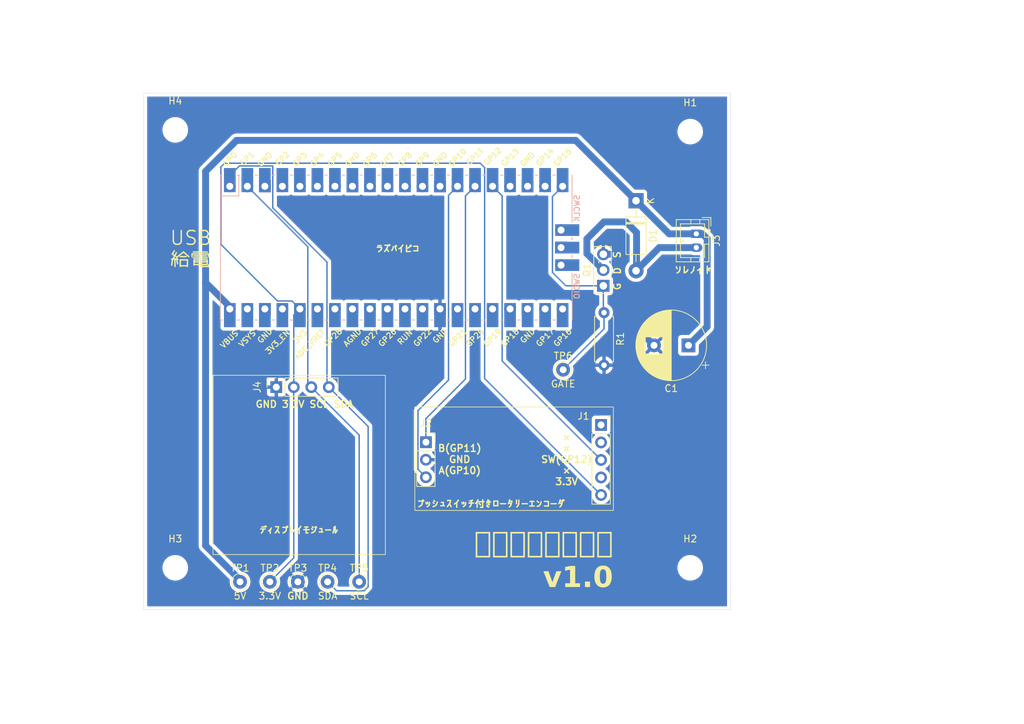
<source format=kicad_pcb>
(kicad_pcb (version 20240108) (generator "pcbnew") (generator_version "8.0")
  (layers (0 "F.Cu" signal) (31 "B.Cu" signal) (34 "B.Paste" user) (35 "F.Paste" user) (36 "B.SilkS" user "B.Silkscreen") (37 "F.SilkS" user "F.Silkscreen") (38 "B.Mask" user) (39 "F.Mask" user) (44 "Edge.Cuts" user))
  (net 0 "")
  (net 1 "Net-(D1-A)")
  (net 2 "+5V")
  (net 5 "SW(GP12)")
  (net 6 "+3.3V")
  (net 8 "B(GP11)")
  (net 9 "A(GP10)")
  (net 10 "GND")
  (net 11 "SDA")
  (net 12 "SCL")
  (net 13 "GP15")
  (footprint "MountingHole:MountingHole_3.2mm_M3" (layer "F.Cu") (at 88.912 124.335)
    (property "Reference" "H3" (at 0 -4.2 0) (layer "F.SilkS"))
    (property "Value" "MountingHole")
    (pad "" np_thru_hole circle (at 0 0) (size 3.2 3.2) (drill 3.2) (layers "*.Cu" "*.Mask"))
  )
  (footprint "Resistor_THT:R_Axial_DIN0207_L6.3mm_D2.5mm_P7.62mm_Horizontal" (layer "F.Cu") (at 151.09 87.335 -90)
    (property "Reference" "R1" (at 3.81 -2.37 90) (layer "F.SilkS"))
    (property "Value" "10k")
    (pad "1" thru_hole circle (at 0 0 270) (size 1.6 1.6) (drill 0.8) (layers "*.Cu" "*.Mask") (net 13 "GP15"))
    (pad "2" thru_hole oval (at 7.62 0 270) (size 1.6 1.6) (drill 0.8) (layers "*.Cu" "*.Mask") (net 10 "GND"))
  )
  (footprint "TestPoint:TestPoint_THTPad_D2.0mm_Drill1.0mm" (layer "F.Cu") (at 111.01 126.367)
    (property "Reference" "TP4" (at 0 -1.998 0) (layer "F.SilkS"))
    (property "Value" "SDA" (at 0 2.05 0) (layer "F.SilkS"))
    (pad "1" thru_hole circle (at 0 0) (size 2 2) (drill 1) (layers "*.Cu" "*.Mask") (net 11 "SDA"))
  )
  (footprint "TestPoint:TestPoint_THTPad_D2.0mm_Drill1.0mm" (layer "F.Cu") (at 145.16 95.615)
    (property "Reference" "TP6" (at 0 -1.998 0) (layer "F.SilkS"))
    (property "Value" "GATE" (at 0 2.05 0) (layer "F.SilkS"))
    (pad "1" thru_hole circle (at 0 0) (size 2 2) (drill 1) (layers "*.Cu" "*.Mask") (net 13 "GP15"))
  )
  (footprint "MountingHole:MountingHole_3.2mm_M3" (layer "F.Cu") (at 163.588 61.089)
    (property "Reference" "H1" (at 0 -4.2 0) (layer "F.SilkS"))
    (property "Value" "MountingHole")
    (pad "" np_thru_hole circle (at 0 0) (size 3.2 3.2) (drill 3.2) (layers "*.Cu" "*.Mask"))
  )
  (footprint "Connector_PinSocket_2.54mm:PinSocket_1x03_P2.54mm_Vertical" (layer "F.Cu") (at 125.26 106.125)
    (property "Reference" "J2" (at 0 -2.77 0) (layer "F.SilkS"))
    (property "Value" "Conn_01x03")
    (pad "1" thru_hole rect (at 0 0) (size 1.7 1.7) (drill 1) (layers "*.Cu" "*.Mask") (net 8 "B(GP11)"))
    (pad "2" thru_hole oval (at 0 2.54) (size 1.7 1.7) (drill 1) (layers "*.Cu" "*.Mask") (net 10 "GND"))
    (pad "3" thru_hole oval (at 0 5.08) (size 1.7 1.7) (drill 1) (layers "*.Cu" "*.Mask") (net 9 "A(GP10)"))
  )
  (footprint "Package_TO_SOT_THT:TO-251-3_Vertical" (layer "F.Cu") (at 150.99 83.445 90)
    (property "Reference" "Q1" (at 2.29 -2.39 90) (layer "F.SilkS"))
    (property "Value" "2SK4017")
    (pad "1" thru_hole rect (at 0 0 90) (size 1.7175 1.8) (drill 1.1) (layers "*.Cu" "*.Mask") (net 13 "GP15"))
    (pad "2" thru_hole oval (at 2.29 0 90) (size 1.7175 1.8) (drill 1.1) (layers "*.Cu" "*.Mask") (net 1 "Net-(D1-A)"))
    (pad "3" thru_hole oval (at 4.58 0 90) (size 1.7175 1.8) (drill 1.1) (layers "*.Cu" "*.Mask") (net 10 "GND"))
  )
  (footprint "Connector_PinSocket_2.54mm:PinSocket_1x04_P2.54mm_Vertical" (layer "F.Cu") (at 103.56 98.14 90)
    (property "Reference" "J4" (at 0 -2.77 90) (layer "F.SilkS"))
    (property "Value" "ディスプレイモジュール")
    (pad "1" thru_hole rect (at 0 0 90) (size 1.7 1.7) (drill 1) (layers "*.Cu" "*.Mask") (net 10 "GND"))
    (pad "2" thru_hole oval (at 0 2.54 90) (size 1.7 1.7) (drill 1) (layers "*.Cu" "*.Mask") (net 6 "+3.3V"))
    (pad "3" thru_hole oval (at 0 5.08 90) (size 1.7 1.7) (drill 1) (layers "*.Cu" "*.Mask") (net 12 "SCL"))
    (pad "4" thru_hole oval (at 0 7.62 90) (size 1.7 1.7) (drill 1) (layers "*.Cu" "*.Mask") (net 11 "SDA"))
  )
  (footprint "TestPoint:TestPoint_THTPad_D2.0mm_Drill1.0mm" (layer "F.Cu") (at 98.31 126.367)
    (property "Reference" "TP1" (at 0 -1.998 0) (layer "F.SilkS"))
    (property "Value" "5V" (at 0 2.05 0) (layer "F.SilkS"))
    (pad "1" thru_hole circle (at 0 0) (size 2 2) (drill 1) (layers "*.Cu" "*.Mask") (net 2 "+5V"))
  )
  (footprint "TestPoint:TestPoint_THTPad_D2.0mm_Drill1.0mm" (layer "F.Cu") (at 115.582 126.367)
    (property "Reference" "TP5" (at 0 -1.998 0) (layer "F.SilkS"))
    (property "Value" "SCL" (at 0 2.05 0) (layer "F.SilkS"))
    (pad "1" thru_hole circle (at 0 0) (size 2 2) (drill 1) (layers "*.Cu" "*.Mask") (net 12 "SCL"))
  )
  (footprint "Capacitor_THT:CP_Radial_D10.0mm_P5.00mm" (layer "F.Cu") (at 163.334 92.077 180)
    (property "Reference" "C1" (at 2.5 -6.25 0) (layer "F.SilkS"))
    (property "Value" "1000µF 35V")
    (pad "1" thru_hole rect (at 0 0 180) (size 2 2) (drill 1) (layers "*.Cu" "*.Mask") (net 2 "+5V"))
    (pad "2" thru_hole circle (at 5 0 180) (size 2 2) (drill 1) (layers "*.Cu" "*.Mask") (net 10 "GND"))
  )
  (footprint "Connector_PinSocket_2.54mm:PinSocket_1x05_P2.54mm_Vertical" (layer "F.Cu") (at 150.66 103.615)
    (property "Reference" "J1" (at -2.55 -1.28 0) (layer "F.SilkS"))
    (property "Value" "Conn_01x05" (hide yes))
    (pad "1" thru_hole rect (at 0 0) (size 1.7 1.7) (drill 1) (layers "*.Cu" "*.Mask"))
    (pad "2" thru_hole oval (at 0 2.54) (size 1.7 1.7) (drill 1) (layers "*.Cu" "*.Mask"))
    (pad "3" thru_hole oval (at 0 5.08) (size 1.7 1.7) (drill 1) (layers "*.Cu" "*.Mask") (net 5 "SW(GP12)"))
    (pad "4" thru_hole oval (at 0 7.62) (size 1.7 1.7) (drill 1) (layers "*.Cu" "*.Mask"))
    (pad "5" thru_hole oval (at 0 10.16) (size 1.7 1.7) (drill 1) (layers "*.Cu" "*.Mask") (net 6 "+3.3V"))
  )
  (footprint "Diode_THT:D_DO-41_SOD81_P10.16mm_Horizontal" (layer "F.Cu") (at 155.73 71.105 -90)
    (property "Reference" "D1" (at 5.08 -2.47 90) (layer "F.SilkS"))
    (property "Value" "D")
    (fp_text user "K" (at 0 -2.1 90) (layer "F.SilkS"))
    (pad "1" thru_hole rect (at 0 0 270) (size 2.2 2.2) (drill 1.1) (layers "*.Cu" "*.Mask") (net 2 "+5V"))
    (pad "2" thru_hole oval (at 10.16 0 270) (size 2.2 2.2) (drill 1.1) (layers "*.Cu" "*.Mask") (net 1 "Net-(D1-A)"))
  )
  (footprint "Connector_JST:JST_PH_B2B-PH-K_1x02_P2.00mm_Vertical" (layer "F.Cu") (at 164.47 75.905 -90)
    (property "Reference" "J3" (at 1 -2.9 90) (layer "F.SilkS"))
    (property "Value" "ZHO-0420S-05A4.5(5V)")
    (pad "1" thru_hole roundrect (at 0 0 270) (size 1.2 1.75) (drill 0.75) (layers "*.Cu" "*.Mask") (roundrect_rratio 0.208333) (net 2 "+5V"))
    (pad "2" thru_hole oval (at 2 0 270) (size 1.2 1.75) (drill 0.75) (layers "*.Cu" "*.Mask") (net 1 "Net-(D1-A)"))
  )
  (footprint "MountingHole:MountingHole_3.2mm_M3" (layer "F.Cu") (at 88.912 60.835)
    (property "Reference" "H4" (at 0 -4.2 0) (layer "F.SilkS"))
    (property "Value" "MountingHole")
    (pad "" np_thru_hole circle (at 0 0) (size 3.2 3.2) (drill 3.2) (layers "*.Cu" "*.Mask"))
  )
  (footprint "TestPoint:TestPoint_THTPad_D2.0mm_Drill1.0mm" (layer "F.Cu") (at 106.692 126.367)
    (property "Reference" "TP3" (at 0 -1.998 0) (layer "F.SilkS"))
    (property "Value" "GND" (at 0 2.05 0) (layer "F.SilkS") (effects (font (thickness 0.2) (bold yes))))
    (pad "1" thru_hole circle (at 0 0) (size 2 2) (drill 1) (layers "*.Cu" "*.Mask") (net 10 "GND"))
  )
  (footprint "TestPoint:TestPoint_THTPad_D2.0mm_Drill1.0mm" (layer "F.Cu") (at 102.628 126.367)
    (property "Reference" "TP2" (at 0 -1.998 0) (layer "F.SilkS"))
    (property "Value" "3.3V" (at 0 2.05 0) (layer "F.SilkS"))
    (pad "1" thru_hole circle (at 0 0) (size 2 2) (drill 1) (layers "*.Cu" "*.Mask") (net 6 "+3.3V"))
  )
  (footprint "MountingHole:MountingHole_3.2mm_M3" (layer "F.Cu") (at 163.588 124.335)
    (property "Reference" "H2" (at 0 -4.2 0) (layer "F.SilkS"))
    (property "Value" "MountingHole")
    (pad "" np_thru_hole circle (at 0 0) (size 3.2 3.2) (drill 3.2) (layers "*.Cu" "*.Mask"))
  )
  (footprint "MCU_RaspberryPi_and_Boards:RPi_Pico_SMD_TH" (layer "B.Cu") (at 120.955 77.905 -90)
    (property "Reference" "U1" (hide yes))
    (property "Value" "Pico")
    (fp_text user "SWDIO" (at 5.6 -26.2 90) (layer "B.SilkS") (effects (font (size 0.8 0.8)) (justify mirror)))
    (fp_text user "SWCLK" (at -5.7 -26.2 90) (layer "B.SilkS") (effects (font (size 0.8 0.8)) (justify mirror)))
    (fp_text user "GP2" (at -12.9 16.51 45) (layer "F.SilkS") (effects (font (size 0.8 0.8))))
    (fp_text user "GP9" (at -12.8 -3.81 45) (layer "F.SilkS") (effects (font (size 0.8 0.8))))
    (fp_text user "3V3" (at 12.9 13.9 45) (layer "F.SilkS") (effects (font (size 0.8 0.8))))
    (fp_text user "GP21" (at 13.054 -8.9 45) (layer "F.SilkS") (effects (font (size 0.8 0.8))))
    (fp_text user "GP17" (at 13.054 -21.59 45) (layer "F.SilkS") (effects (font (size 0.8 0.8))))
    (fp_text user "GP1" (at -12.9 21.6 45) (layer "F.SilkS") (effects (font (size 0.8 0.8))))
    (fp_text user "GP26" (at 13.054 1.27 45) (layer "F.SilkS") (effects (font (size 0.8 0.8))))
    (fp_text user "RUN" (at 13 -1.27 45) (layer "F.SilkS") (effects (font (size 0.8 0.8))))
    (fp_text user "GP8" (at -12.8 -1.27 45) (layer "F.SilkS") (effects (font (size 0.8 0.8))))
    (fp_text user "GND" (at -12.8 -6.35 45) (layer "F.SilkS") (effects (font (size 0.8 0.8))))
    (fp_text user "3V3_EN" (at 13.7 17.2 45) (layer "F.SilkS") (effects (font (size 0.8 0.8))))
    (fp_text user "GP3" (at -12.8 13.97 45) (layer "F.SilkS") (effects (font (size 0.8 0.8))))
    (fp_text user "GP28" (at 13.054 9.144 45) (layer "F.SilkS") (effects (font (size 0.8 0.8))))
    (fp_text user "GP6" (at -12.8 3.81 45) (layer "F.SilkS") (effects (font (size 0.8 0.8))))
    (fp_text user "GND" (at -12.8 19.05 45) (layer "F.SilkS") (effects (font (size 0.8 0.8))))
    (fp_text user "GP13" (at -13.054 -16.51 45) (layer "F.SilkS") (effects (font (size 0.8 0.8))))
    (fp_text user "GP16" (at 13.054 -24.13 45) (layer "F.SilkS") (effects (font (size 0.8 0.8))))
    (fp_text user "GND" (at 12.8 19.05 45) (layer "F.SilkS") (effects (font (size 0.8 0.8))))
    (fp_text user "GND" (at -12.8 -19.05 45) (layer "F.SilkS") (effects (font (size 0.8 0.8))))
    (fp_text user "VSYS" (at 13.2 21.59 45) (layer "F.SilkS") (effects (font (size 0.8 0.8))))
    (fp_text user "GP10" (at -13.054 -8.89 45) (layer "F.SilkS") (effects (font (size 0.8 0.8))))
    (fp_text user "AGND" (at 13.054 6.35 45) (layer "F.SilkS") (effects (font (size 0.8 0.8))))
    (fp_text user "GP27" (at 13.054 3.8 45) (layer "F.SilkS") (effects (font (size 0.8 0.8))))
    (fp_text user "GP19" (at 13.054 -13.97 45) (layer "F.SilkS") (effects (font (size 0.8 0.8))))
    (fp_text user "GP11" (at -13.2 -11.43 45) (layer "F.SilkS") (effects (font (size 0.8 0.8))))
    (fp_text user "GP7" (at -12.7 1.3 45) (layer "F.SilkS") (effects (font (size 0.8 0.8))))
    (fp_text user "GP0" (at -12.8 24.13 45) (layer "F.SilkS") (effects (font (size 0.8 0.8))))
    (fp_text user "GP20" (at 13.054 -11.43 45) (layer "F.SilkS") (effects (font (size 0.8 0.8))))
    (fp_text user "GND" (at 12.8 -19.05 45) (layer "F.SilkS") (effects (font (size 0.8 0.8))))
    (fp_text user "GP5" (at -12.8 8.89 45) (layer "F.SilkS") (effects (font (size 0.8 0.8))))
    (fp_text user "GP22" (at 13.054 -3.81 45) (layer "F.SilkS") (effects (font (size 0.8 0.8))))
    (fp_text user "GND" (at -12.8 6.35 45) (layer "F.SilkS") (effects (font (size 0.8 0.8))))
    (fp_text user "GP4" (at -12.8 11.43 45) (layer "F.SilkS") (effects (font (size 0.8 0.8))))
    (fp_text user "GP18" (at 13.054 -16.51 45) (layer "F.SilkS") (effects (font (size 0.8 0.8))))
    (fp_text user "GP14" (at -13.1 -21.59 45) (layer "F.SilkS") (effects (font (size 0.8 0.8))))
    (fp_text user "VBUS" (at 13.3 24.2 45) (layer "F.SilkS") (effects (font (size 0.8 0.8))))
    (fp_text user "GP15" (at -13.054 -24.13 45) (layer "F.SilkS") (effects (font (size 0.8 0.8))))
    (fp_text user "GND" (at 12.8 -6.35 45) (layer "F.SilkS") (effects (font (size 0.8 0.8))))
    (fp_text user "ADC_VREF" (at 14 12.5 45) (layer "F.SilkS") (effects (font (size 0.8 0.8))))
    (fp_text user "GP12" (at -13.2 -13.97 45) (layer "F.SilkS") (effects (font (size 0.8 0.8))))
    (pad "" np_thru_hole oval (at -2.725 24 270) (size 1.8 1.8) (drill 1.8) (layers "*.Cu" "*.Mask"))
    (pad "" np_thru_hole oval (at -2.425 20.97 270) (size 1.5 1.5) (drill 1.5) (layers "*.Cu" "*.Mask"))
    (pad "" np_thru_hole oval (at 2.425 20.97 270) (size 1.5 1.5) (drill 1.5) (layers "*.Cu" "*.Mask"))
    (pad "" np_thru_hole oval (at 2.725 24 270) (size 1.8 1.8) (drill 1.8) (layers "*.Cu" "*.Mask"))
    (pad "1" thru_hole oval (at -8.89 24.13 270) (size 1.7 1.7) (drill 1.02) (layers "*.Cu" "*.Mask") (net 11 "SDA"))
    (pad "1" smd rect (at -8.89 24.13 270) (size 3.5 1.7) (drill (offset -0.9 0)) (layers "B.Cu" "B.Mask") (net 11 "SDA"))
    (pad "2" thru_hole oval (at -8.89 21.59 270) (size 1.7 1.7) (drill 1.02) (layers "*.Cu" "*.Mask") (net 12 "SCL"))
    (pad "2" smd rect (at -8.89 21.59 270) (size 3.5 1.7) (drill (offset -0.9 0)) (layers "B.Cu" "B.Mask") (net 12 "SCL"))
    (pad "3" thru_hole rect (at -8.89 19.05 270) (size 1.7 1.7) (drill 1.02) (layers "*.Cu" "*.Mask"))
    (pad "3" smd rect (at -8.89 19.05 270) (size 3.5 1.7) (drill (offset -0.9 0)) (layers "B.Cu" "B.Mask"))
    (pad "4" thru_hole oval (at -8.89 16.51 270) (size 1.7 1.7) (drill 1.02) (layers "*.Cu" "*.Mask"))
    (pad "4" smd rect (at -8.89 16.51 270) (size 3.5 1.7) (drill (offset -0.9 0)) (layers "B.Cu" "B.Mask"))
    (pad "5" thru_hole oval (at -8.89 13.97 270) (size 1.7 1.7) (drill 1.02) (layers "*.Cu" "*.Mask"))
    (pad "5" smd rect (at -8.89 13.97 270) (size 3.5 1.7) (drill (offset -0.9 0)) (layers "B.Cu" "B.Mask"))
    (pad "6" thru_hole oval (at -8.89 11.43 270) (size 1.7 1.7) (drill 1.02) (layers "*.Cu" "*.Mask"))
    (pad "6" smd rect (at -8.89 11.43 270) (size 3.5 1.7) (drill (offset -0.9 0)) (layers "B.Cu" "B.Mask"))
    (pad "7" thru_hole oval (at -8.89 8.89 270) (size 1.7 1.7) (drill 1.02) (layers "*.Cu" "*.Mask"))
    (pad "7" smd rect (at -8.89 8.89 270) (size 3.5 1.7) (drill (offset -0.9 0)) (layers "B.Cu" "B.Mask"))
    (pad "8" thru_hole rect (at -8.89 6.35 270) (size 1.7 1.7) (drill 1.02) (layers "*.Cu" "*.Mask"))
    (pad "8" smd rect (at -8.89 6.35 270) (size 3.5 1.7) (drill (offset -0.9 0)) (layers "B.Cu" "B.Mask"))
    (pad "9" thru_hole oval (at -8.89 3.81 270) (size 1.7 1.7) (drill 1.02) (layers "*.Cu" "*.Mask"))
    (pad "9" smd rect (at -8.89 3.81 270) (size 3.5 1.7) (drill (offset -0.9 0)) (layers "B.Cu" "B.Mask"))
    (pad "10" thru_hole oval (at -8.89 1.27 270) (size 1.7 1.7) (drill 1.02) (layers "*.Cu" "*.Mask"))
    (pad "10" smd rect (at -8.89 1.27 270) (size 3.5 1.7) (drill (offset -0.9 0)) (layers "B.Cu" "B.Mask"))
    (pad "11" thru_hole oval (at -8.89 -1.27 270) (size 1.7 1.7) (drill 1.02) (layers "*.Cu" "*.Mask"))
    (pad "11" smd rect (at -8.89 -1.27 270) (size 3.5 1.7) (drill (offset -0.9 0)) (layers "B.Cu" "B.Mask"))
    (pad "12" thru_hole oval (at -8.89 -3.81 270) (size 1.7 1.7) (drill 1.02) (layers "*.Cu" "*.Mask"))
    (pad "12" smd rect (at -8.89 -3.81 270) (size 3.5 1.7) (drill (offset -0.9 0)) (layers "B.Cu" "B.Mask"))
    (pad "13" thru_hole rect (at -8.89 -6.35 270) (size 1.7 1.7) (drill 1.02) (layers "*.Cu" "*.Mask"))
    (pad "13" smd rect (at -8.89 -6.35 270) (size 3.5 1.7) (drill (offset -0.9 0)) (layers "B.Cu" "B.Mask"))
    (pad "14" thru_hole oval (at -8.89 -8.89 270) (size 1.7 1.7) (drill 1.02) (layers "*.Cu" "*.Mask") (net 9 "A(GP10)"))
    (pad "14" smd rect (at -8.89 -8.89 270) (size 3.5 1.7) (drill (offset -0.9 0)) (layers "B.Cu" "B.Mask") (net 9 "A(GP10)"))
    (pad "15" thru_hole oval (at -8.89 -11.43 270) (size 1.7 1.7) (drill 1.02) (layers "*.Cu" "*.Mask") (net 8 "B(GP11)"))
    (pad "15" smd rect (at -8.89 -11.43 270) (size 3.5 1.7) (drill (offset -0.9 0)) (layers "B.Cu" "B.Mask") (net 8 "B(GP11)"))
    (pad "16" thru_hole oval (at -8.89 -13.97 270) (size 1.7 1.7) (drill 1.02) (layers "*.Cu" "*.Mask") (net 5 "SW(GP12)"))
    (pad "16" smd rect (at -8.89 -13.97 270) (size 3.5 1.7) (drill (offset -0.9 0)) (layers "B.Cu" "B.Mask") (net 5 "SW(GP12)"))
    (pad "17" thru_hole oval (at -8.89 -16.51 270) (size 1.7 1.7) (drill 1.02) (layers "*.Cu" "*.Mask"))
    (pad "17" smd rect (at -8.89 -16.51 270) (size 3.5 1.7) (drill (offset -0.9 0)) (layers "B.Cu" "B.Mask"))
    (pad "18" thru_hole rect (at -8.89 -19.05 270) (size 1.7 1.7) (drill 1.02) (layers "*.Cu" "*.Mask"))
    (pad "18" smd rect (at -8.89 -19.05 270) (size 3.5 1.7) (drill (offset -0.9 0)) (layers "B.Cu" "B.Mask"))
    (pad "19" thru_hole oval (at -8.89 -21.59 270) (size 1.7 1.7) (drill 1.02) (layers "*.Cu" "*.Mask"))
    (pad "19" smd rect (at -8.89 -21.59 270) (size 3.5 1.7) (drill (offset -0.9 0)) (layers "B.Cu" "B.Mask"))
    (pad "20" thru_hole oval (at -8.89 -24.13 270) (size 1.7 1.7) (drill 1.02) (layers "*.Cu" "*.Mask") (net 13 "GP15"))
    (pad "20" smd rect (at -8.89 -24.13 270) (size 3.5 1.7) (drill (offset -0.9 0)) (layers "B.Cu" "B.Mask") (net 13 "GP15"))
    (pad "21" thru_hole oval (at 8.89 -24.13 270) (size 1.7 1.7) (drill 1.02) (layers "*.Cu" "*.Mask"))
    (pad "21" smd rect (at 8.89 -24.13 270) (size 3.5 1.7) (drill (offset 0.9 0)) (layers "B.Cu" "B.Mask"))
    (pad "22" thru_hole oval (at 8.89 -21.59 270) (size 1.7 1.7) (drill 1.02) (layers "*.Cu" "*.Mask"))
    (pad "22" smd rect (at 8.89 -21.59 270) (size 3.5 1.7) (drill (offset 0.9 0)) (layers "B.Cu" "B.Mask"))
    (pad "23" thru_hole rect (at 8.89 -19.05 270) (size 1.7 1.7) (drill 1.02) (layers "*.Cu" "*.Mask"))
    (pad "23" smd rect (at 8.89 -19.05 270) (size 3.5 1.7) (drill (offset 0.9 0)) (layers "B.Cu" "B.Mask"))
    (pad "24" thru_hole oval (at 8.89 -16.51 270) (size 1.7 1.7) (drill 1.02) (layers "*.Cu" "*.Mask"))
    (pad "24" smd rect (at 8.89 -16.51 270) (size 3.5 1.7) (drill (offset 0.9 0)) (layers "B.Cu" "B.Mask"))
    (pad "25" thru_hole oval (at 8.89 -13.97 270) (size 1.7 1.7) (drill 1.02) (layers "*.Cu" "*.Mask"))
    (pad "25" smd rect (at 8.89 -13.97 270) (size 3.5 1.7) (drill (offset 0.9 0)) (layers "B.Cu" "B.Mask"))
    (pad "26" thru_hole oval (at 8.89 -11.43 270) (size 1.7 1.7) (drill 1.02) (layers "*.Cu" "*.Mask"))
    (pad "26" smd rect (at 8.89 -11.43 270) (size 3.5 1.7) (drill (offset 0.9 0)) (layers "B.Cu" "B.Mask"))
    (pad "27" thru_hole oval (at 8.89 -8.89 270) (size 1.7 1.7) (drill 1.02) (layers "*.Cu" "*.Mask"))
    (pad "27" smd rect (at 8.89 -8.89 270) (size 3.5 1.7) (drill (offset 0.9 0)) (layers "B.Cu" "B.Mask"))
    (pad "28" thru_hole rect (at 8.89 -6.35 270) (size 1.7 1.7) (drill 1.02) (layers "*.Cu" "*.Mask") (net 10 "GND"))
    (pad "28" smd rect (at 8.89 -6.35 270) (size 3.5 1.7) (drill (offset 0.9 0)) (layers "B.Cu" "B.Mask") (net 10 "GND"))
    (pad "29" thru_hole oval (at 8.89 -3.81 270) (size 1.7 1.7) (drill 1.02) (layers "*.Cu" "*.Mask"))
    (pad "29" smd rect (at 8.89 -3.81 270) (size 3.5 1.7) (drill (offset 0.9 0)) (layers "B.Cu" "B.Mask"))
    (pad "30" thru_hole oval (at 8.89 -1.27 270) (size 1.7 1.7) (drill 1.02) (layers "*.Cu" "*.Mask"))
    (pad "30" smd rect (at 8.89 -1.27 270) (size 3.5 1.7) (drill (offset 0.9 0)) (layers "B.Cu" "B.Mask"))
    (pad "31" thru_hole oval (at 8.89 1.27 270) (size 1.7 1.7) (drill 1.02) (layers "*.Cu" "*.Mask"))
    (pad "31" smd rect (at 8.89 1.27 270) (size 3.5 1.7) (drill (offset 0.9 0)) (layers "B.Cu" "B.Mask"))
    (pad "32" thru_hole oval (at 8.89 3.81 270) (size 1.7 1.7) (drill 1.02) (layers "*.Cu" "*.Mask"))
    (pad "32" smd rect (at 8.89 3.81 270) (size 3.5 1.7) (drill (offset 0.9 0)) (layers "B.Cu" "B.Mask"))
    (pad "33" thru_hole rect (at 8.89 6.35 270) (size 1.7 1.7) (drill 1.02) (layers "*.Cu" "*.Mask"))
    (pad "33" smd rect (at 8.89 6.35 270) (size 3.5 1.7) (drill (offset 0.9 0)) (layers "B.Cu" "B.Mask"))
    (pad "34" thru_hole oval (at 8.89 8.89 270) (size 1.7 1.7) (drill 1.02) (layers "*.Cu" "*.Mask"))
    (pad "34" smd rect (at 8.89 8.89 270) (size 3.5 1.7) (drill (offset 0.9 0)) (layers "B.Cu" "B.Mask"))
    (pad "35" thru_hole oval (at 8.89 11.43 270) (size 1.7 1.7) (drill 1.02) (layers "*.Cu" "*.Mask"))
    (pad "35" smd rect (at 8.89 11.43 270) (size 3.5 1.7) (drill (offset 0.9 0)) (layers "B.Cu" "B.Mask"))
    (pad "36" thru_hole oval (at 8.89 13.97 270) (size 1.7 1.7) (drill 1.02) (layers "*.Cu" "*.Mask") (net 6 "+3.3V"))
    (pad "36" smd rect (at 8.89 13.97 270) (size 3.5 1.7) (drill (offset 0.9 0)) (layers "B.Cu" "B.Mask") (net 6 "+3.3V"))
    (pad "37" thru_hole oval (at 8.89 16.51 270) (size 1.7 1.7) (drill 1.02) (layers "*.Cu" "*.Mask"))
    (pad "37" smd rect (at 8.89 16.51 270) (size 3.5 1.7) (drill (offset 0.9 0)) (layers "B.Cu" "B.Mask"))
    (pad "38" thru_hole rect (at 8.89 19.05 270) (size 1.7 1.7) (drill 1.02) (layers "*.Cu" "*.Mask"))
    (pad "38" smd rect (at 8.89 19.05 270) (size 3.5 1.7) (drill (offset 0.9 0)) (layers "B.Cu" "B.Mask"))
    (pad "39" thru_hole oval (at 8.89 21.59 270) (size 1.7 1.7) (drill 1.02) (layers "*.Cu" "*.Mask"))
    (pad "39" smd rect (at 8.89 21.59 270) (size 3.5 1.7) (drill (offset 0.9 0)) (layers "B.Cu" "B.Mask"))
    (pad "40" thru_hole oval (at 8.89 24.13 270) (size 1.7 1.7) (drill 1.02) (layers "*.Cu" "*.Mask") (net 2 "+5V"))
    (pad "40" smd rect (at 8.89 24.13 270) (size 3.5 1.7) (drill (offset 0.9 0)) (layers "B.Cu" "B.Mask") (net 2 "+5V"))
    (pad "41" thru_hole oval (at -2.54 -23.9 270) (size 1.7 1.7) (drill 1.02) (layers "*.Cu" "*.Mask"))
    (pad "41" smd rect (at -2.54 -23.9 180) (size 3.5 1.7) (drill (offset -0.9 0)) (layers "B.Cu" "B.Mask"))
    (pad "42" thru_hole rect (at 0 -23.9 270) (size 1.7 1.7) (drill 1.02) (layers "*.Cu" "*.Mask"))
    (pad "42" smd rect (at 0 -23.9 180) (size 3.5 1.7) (drill (offset -0.9 0)) (layers "B.Cu" "B.Mask"))
    (pad "43" thru_hole oval (at 2.54 -23.9 270) (size 1.7 1.7) (drill 1.02) (layers "*.Cu" "*.Mask"))
    (pad "43" smd rect (at 2.54 -23.9 180) (size 3.5 1.7) (drill (offset -0.9 0)) (layers "B.Cu" "B.Mask"))
  )
  (gr_rect (start 94.38 96.42) (end 119.38 122.42) (stroke (width 0.1)) (fill none) (layer "F.SilkS"))
  (gr_rect (start 123.65 101.015) (end 152.44 116.015) (stroke (width 0.1)) (fill none) (layer "F.SilkS"))
  (gr_rect (start 84.34 55.501) (end 169.43 130.431) (stroke (width 0.05)) (fill none) (layer "Edge.Cuts"))
  (gr_text "×\n×\nSW(GP12)\n×\n3.3V" (at 145.66 108.615 0) (layer "F.SilkS") (effects (font (size 1 1) (thickness 0.2) (bold yes))))
  (gr_text "S" (at 152.98 78.935 90) (layer "F.SilkS") (effects (font (size 1 1) (thickness 0.2) (bold yes))))
  (gr_text "ソレノイド" (at 163.96 81.235 0) (layer "F.SilkS") (effects (font (size 1 1) (thickness 0.2) (bold yes))))
  (gr_text "ラズパイピコ" (at 121.16 78.115 0) (layer "F.SilkS") (effects (font (size 1 1) (thickness 0.2) (bold yes))))
  (gr_text "ディスプレイモジュール" (at 106.88 118.92 0) (layer "F.SilkS") (effects (font (size 1 1) (thickness 0.2) (bold yes))))
  (gr_text "GND 3.3V SCL SDA" (at 107.66 100.615 0) (layer "F.SilkS") (effects (font (size 1 1) (thickness 0.2) (bold yes))))
  (gr_text "G\n" (at 153 83.545 90) (layer "F.SilkS") (effects (font (size 1 1) (thickness 0.2) (bold yes))))
  (gr_text "D" (at 153.02 81.265 90) (layer "F.SilkS") (effects (font (size 1 1) (thickness 0.2) (bold yes))))
  (gr_text "プレゼンタイマー\nv1.0" (at 152.412 127.637 0) (layer "F.SilkS") (effects (font (size 3 3) (thickness 0.2) (bold yes) (italic yes)) (justify right bottom)))
  (gr_text "USB\n給電" (at 91.16 78.115 0) (layer "F.SilkS") (effects (font (size 2 2) (thickness 0.2) (bold yes))))
  (gr_text "B(GP11)\nGND\nA(GP10)" (at 130.16 108.615 0) (layer "F.SilkS") (effects (font (size 1 1) (thickness 0.2) (bold yes))))
  (gr_text "プッシュスイッチ付きロータリーエンコーダ" (at 134.66 115.115 0) (layer "F.SilkS") (effects (font (size 1 1) (thickness 0.2) (bold yes))))
  (segment (start 151.07 74.175) (end 154.27 74.175) (width 1) (layer "B.Cu") (net 1))
  (segment (start 164.47 77.905) (end 159.09 77.905) (width 1) (layer "B.Cu") (net 1))
  (segment (start 151.1 81.265) (end 150.99 81.155) (width 0.2) (layer "B.Cu") (net 1))
  (segment (start 159.09 77.905) (end 155.73 81.265) (width 1) (layer "B.Cu") (net 1))
  (segment (start 148.602 78.767) (end 148.602 76.643) (width 1) (layer "B.Cu") (net 1))
  (segment (start 148.602 76.643) (end 151.07 74.175) (width 1) (layer "B.Cu") (net 1))
  (segment (start 150.99 81.155) (end 148.602 78.767) (width 1) (layer "B.Cu") (net 1))
  (segment (start 150.99 81.155) (end 150.98 81.155) (width 0.2) (layer "B.Cu") (net 1))
  (segment (start 150.98 81.155) (end 150.8 80.975) (width 0.2) (layer "B.Cu") (net 1))
  (segment (start 154.27 74.175) (end 155.805 75.71) (width 1) (layer "B.Cu") (net 1))
  (segment (start 155.73 81.265) (end 155.805 81.19) (width 0.2) (layer "B.Cu") (net 1))
  (segment (start 155.805 75.71) (end 155.805 81.19) (width 1) (layer "B.Cu") (net 1))
  (segment (start 165.345 75.905) (end 166.045 76.605) (width 1) (layer "B.Cu") (net 2))
  (segment (start 146.98 62.355) (end 155.73 71.105) (width 1) (layer "B.Cu") (net 2))
  (segment (start 98.31 126.113) (end 93.31 121.113) (width 1) (layer "B.Cu") (net 2))
  (segment (start 160.53 75.905) (end 155.73 71.105) (width 1) (layer "B.Cu") (net 2))
  (segment (start 96.825 86.48) (end 93.31 82.965) (width 1) (layer "B.Cu") (net 2))
  (segment (start 166.045 89.366) (end 163.334 92.077) (width 1) (layer "B.Cu") (net 2))
  (segment (start 164.47 75.905) (end 165.345 75.905) (width 1) (layer "B.Cu") (net 2))
  (segment (start 97.8 62.355) (end 146.98 62.355) (width 1) (layer "B.Cu") (net 2))
  (segment (start 93.31 82.965) (end 93.31 66.845) (width 1) (layer "B.Cu") (net 2))
  (segment (start 93.31 121.113) (end 93.31 82.965) (width 1) (layer "B.Cu") (net 2))
  (segment (start 96.825 86.795) (end 96.825 86.48) (width 0.2) (layer "B.Cu") (net 2))
  (segment (start 93.31 66.845) (end 97.8 62.355) (width 1) (layer "B.Cu") (net 2))
  (segment (start 164.47 75.905) (end 160.53 75.905) (width 1) (layer "B.Cu") (net 2))
  (segment (start 166.045 76.605) (end 166.045 89.366) (width 1) (layer "B.Cu") (net 2))
  (segment (start 98.31 126.367) (end 98.31 126.113) (width 0.2) (layer "B.Cu") (net 2))
  (segment (start 134.925 69.015) (end 136.315 70.405) (width 0.2) (layer "B.Cu") (net 5))
  (segment (start 136.315 94.35) (end 150.66 108.695) (width 0.2) (layer "B.Cu") (net 5))
  (segment (start 136.315 70.405) (end 136.315 94.35) (width 0.2) (layer "B.Cu") (net 5))
  (segment (start 96.075 65.665) (end 133.135 65.665) (width 0.2) (layer "B.Cu") (net 6))
  (segment (start 103.737767 85.645) (end 95.53 77.437233) (width 0.2) (layer "B.Cu") (net 6))
  (segment (start 95.53 77.437233) (end 95.53 66.21) (width 0.2) (layer "B.Cu") (net 6))
  (segment (start 102.628 126.367) (end 106.1 122.895) (width 0.2) (layer "B.Cu") (net 6))
  (segment (start 105.835 85.645) (end 103.737767 85.645) (width 0.2) (layer "B.Cu") (net 6))
  (segment (start 95.53 66.21) (end 96.075 65.665) (width 0.2) (layer "B.Cu") (net 6))
  (segment (start 133.775 66.305) (end 133.775 96.89) (width 0.2) (layer "B.Cu") (net 6))
  (segment (start 106.1 87.68) (end 106.985 86.795) (width 0.2) (layer "B.Cu") (net 6))
  (segment (start 133.135 65.665) (end 133.775 66.305) (width 0.2) (layer "B.Cu") (net 6))
  (segment (start 133.775 96.89) (end 150.66 113.775) (width 0.2) (layer "B.Cu") (net 6))
  (segment (start 106.985 86.795) (end 105.835 85.645) (width 0.2) (layer "B.Cu") (net 6))
  (segment (start 106.1 122.895) (end 106.1 98.14) (width 0.2) (layer "B.Cu") (net 6))
  (segment (start 106.1 98.14) (end 106.1 87.68) (width 0.2) (layer "B.Cu") (net 6))
  (segment (start 125.275 102.685) (end 125.26 102.685) (width 0.2) (layer "B.Cu") (net 8))
  (segment (start 132.385 69.015) (end 130.995 70.405) (width 0.2) (layer "B.Cu") (net 8))
  (segment (start 125.26 102.685) (end 125.26 106.125) (width 0.2) (layer "B.Cu") (net 8))
  (segment (start 130.995 70.405) (end 130.995 96.965) (width 0.2) (layer "B.Cu") (net 8))
  (segment (start 130.995 96.965) (end 125.275 102.685) (width 0.2) (layer "B.Cu") (net 8))
  (segment (start 128.527 97.124) (end 124.11 101.541) (width 0.2) (layer "B.Cu") (net 9))
  (segment (start 124.11 101.541) (end 124.11 110.055) (width 0.2) (layer "B.Cu") (net 9))
  (segment (start 124.11 110.055) (end 125.26 111.205) (width 0.2) (layer "B.Cu") (net 9))
  (segment (start 128.536 70.324) (end 128.536 97.124) (width 0.2) (layer "B.Cu") (net 9))
  (segment (start 128.536 97.124) (end 128.527 97.124) (width 0.2) (layer "B.Cu") (net 9))
  (segment (start 129.845 69.015) (end 128.536 70.324) (width 0.2) (layer "B.Cu") (net 9))
  (segment (start 125.26 108.665) (end 128.605 108.665) (width 0.2) (layer "B.Cu") (net 10))
  (segment (start 150.99 78.865) (end 152.916 78.865) (width 1) (layer "B.Cu") (net 10))
  (segment (start 152.916 86.659) (end 152.916 78.865) (width 1) (layer "B.Cu") (net 10))
  (segment (start 128.605 108.665) (end 129.745 109.805) (width 0.2) (layer "B.Cu") (net 10))
  (segment (start 158.334 92.077) (end 152.916 86.659) (width 1) (layer "B.Cu") (net 10))
  (segment (start 152.916 78.865) (end 152.92 78.869) (width 0.2) (layer "B.Cu") (net 10))
  (segment (start 112.31 127.667) (end 116.314 127.667) (width 0.2) (layer "B.Cu") (net 11))
  (segment (start 116.882 103.842) (end 111.18 98.14) (width 0.2) (layer "B.Cu") (net 11))
  (segment (start 116.314 127.667) (end 116.882 127.099) (width 0.2) (layer "B.Cu") (net 11))
  (segment (start 111.18 98.14) (end 110.915 97.875) (width 0.2) (layer "B.Cu") (net 11))
  (segment (start 111.01 126.367) (end 112.31 127.667) (width 0.2) (layer "B.Cu") (net 11))
  (segment (start 103.055 66.065) (end 98.215 66.065) (width 0.2) (layer "B.Cu") (net 11))
  (segment (start 98.215 66.065) (end 96.825 67.455) (width 0.2) (layer "B.Cu") (net 11))
  (segment (start 103.055 72.139314) (end 103.055 66.065) (width 0.2) (layer "B.Cu") (net 11))
  (segment (start 116.882 127.099) (end 116.882 103.842) (width 0.2) (layer "B.Cu") (net 11))
  (segment (start 110.915 97.875) (end 110.915 79.999314) (width 0.2) (layer "B.Cu") (net 11))
  (segment (start 96.825 67.455) (end 96.825 69.015) (width 0.2) (layer "B.Cu") (net 11))
  (segment (start 110.915 79.999314) (end 103.055 72.139314) (width 0.2) (layer "B.Cu") (net 11))
  (segment (start 108.135 77.785) (end 99.365 69.015) (width 0.2) (layer "B.Cu") (net 12))
  (segment (start 115.582 105.082) (end 108.64 98.14) (width 0.2) (layer "B.Cu") (net 12))
  (segment (start 108.135 97.635) (end 108.135 77.785) (width 0.2) (layer "B.Cu") (net 12))
  (segment (start 115.582 126.367) (end 115.582 105.082) (width 0.2) (layer "B.Cu") (net 12))
  (segment (start 108.64 98.14) (end 108.135 97.635) (width 0.2) (layer "B.Cu") (net 12))
  (segment (start 150.99 83.445) (end 145.555 83.445) (width 0.2) (layer "B.Cu") (net 13))
  (segment (start 143.61 70.49) (end 145.085 69.015) (width 0.2) (layer "B.Cu") (net 13))
  (segment (start 151.09 87.335) (end 151.09 89.685) (width 0.2) (layer "B.Cu") (net 13))
  (segment (start 143.61 81.5) (end 143.61 70.49) (width 0.2) (layer "B.Cu") (net 13))
  (segment (start 145.555 83.445) (end 143.61 81.5) (width 0.2) (layer "B.Cu") (net 13))
  (segment (start 150.99 87.235) (end 151.09 87.335) (width 0.2) (layer "B.Cu") (net 13))
  (segment (start 151.09 89.685) (end 145.16 95.615) (width 0.2) (layer "B.Cu") (net 13))
  (segment (start 150.99 83.445) (end 150.99 87.235) (width 0.2) (layer "B.Cu") (net 13))
  (zone (net 10) (net_name "GND") (layer "B.Cu") (connect_pads (clearance 0.5)) (min_thickness 0.25) (fill yes (thermal_gap 0.5) (thermal_bridge_width 0.5))
    (polygon (pts (xy 65.5 46) (xy 208.5 42) (xy 212 144.5) (xy 63.5 147)))
  )
)
</source>
